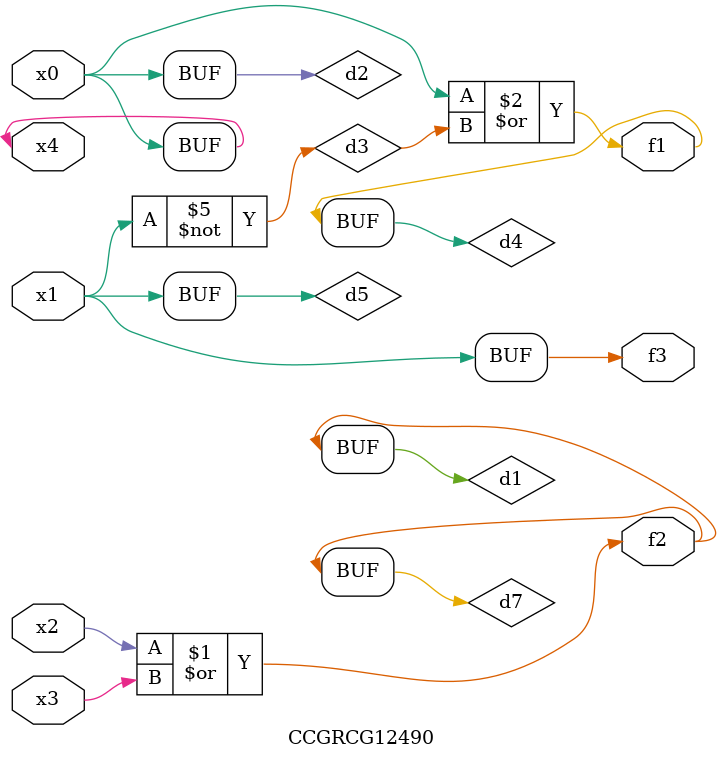
<source format=v>
module CCGRCG12490(
	input x0, x1, x2, x3, x4,
	output f1, f2, f3
);

	wire d1, d2, d3, d4, d5, d6, d7;

	or (d1, x2, x3);
	buf (d2, x0, x4);
	not (d3, x1);
	or (d4, d2, d3);
	not (d5, d3);
	nand (d6, d1, d3);
	or (d7, d1);
	assign f1 = d4;
	assign f2 = d7;
	assign f3 = d5;
endmodule

</source>
